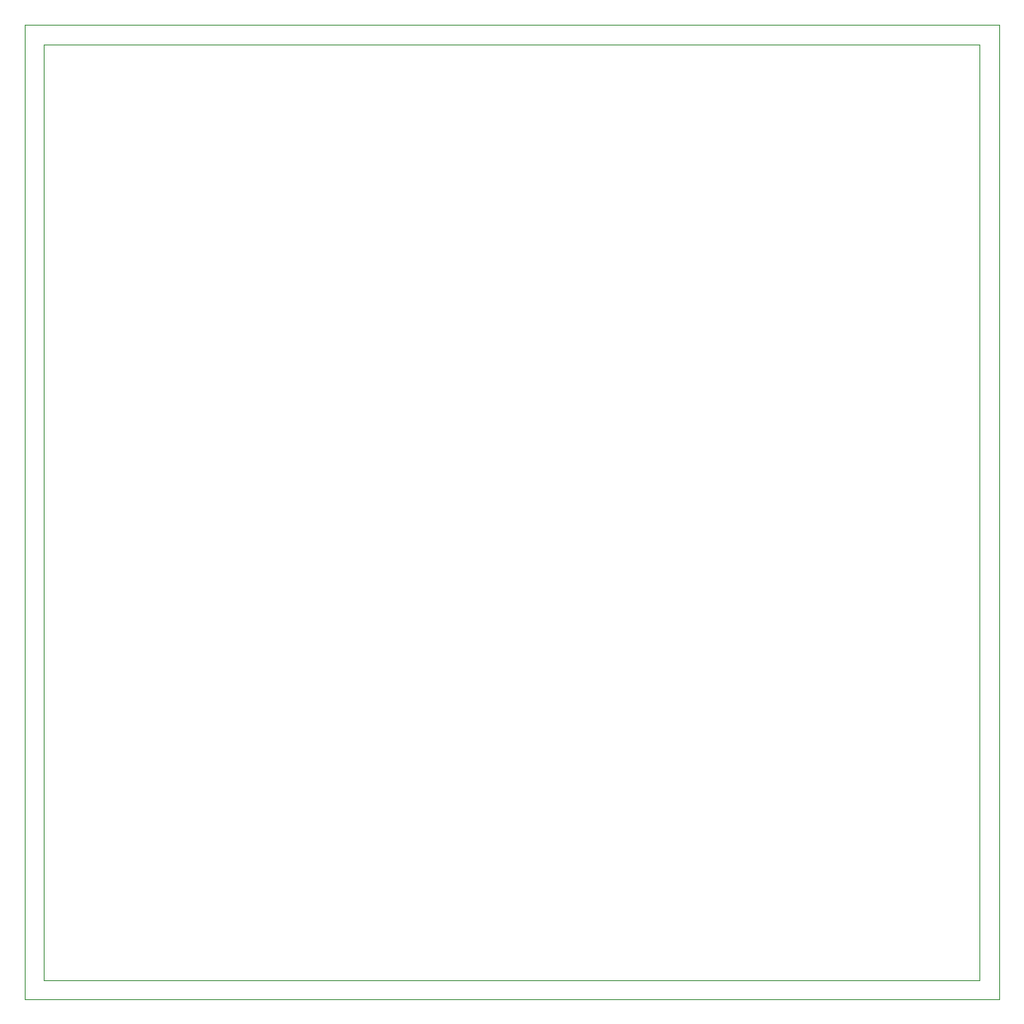
<source format=gm1>
G04 #@! TF.GenerationSoftware,KiCad,Pcbnew,(5.1.2)-1*
G04 #@! TF.CreationDate,2019-11-15T00:47:22+05:30*
G04 #@! TF.ProjectId,NodeFrame,4e6f6465-4672-4616-9d65-2e6b69636164,rev?*
G04 #@! TF.SameCoordinates,Original*
G04 #@! TF.FileFunction,Profile,NP*
%FSLAX46Y46*%
G04 Gerber Fmt 4.6, Leading zero omitted, Abs format (unit mm)*
G04 Created by KiCad (PCBNEW (5.1.2)-1) date 2019-11-15 00:47:22*
%MOMM*%
%LPD*%
G04 APERTURE LIST*
%ADD10C,0.050000*%
G04 APERTURE END LIST*
D10*
X187549000Y-155260000D02*
X187549000Y-59260000D01*
X91549000Y-155260000D02*
X91549000Y-59260000D01*
X91549000Y-155260000D02*
X187549000Y-155260000D01*
X91549000Y-59260000D02*
X187549000Y-59260000D01*
X89549000Y-157260000D02*
X89549000Y-57260000D01*
X189549000Y-157260000D02*
X189549000Y-57260000D01*
X89549000Y-157260000D02*
X189549000Y-157260000D01*
X89549000Y-57260000D02*
X189549000Y-57260000D01*
M02*

</source>
